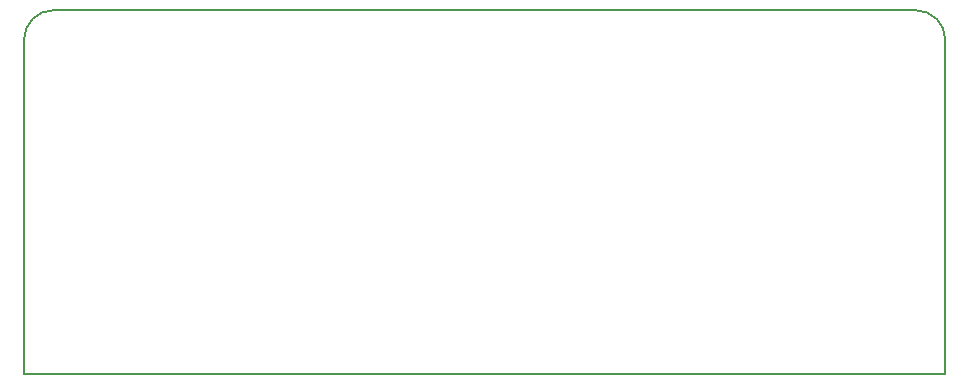
<source format=gbr>
G04 #@! TF.GenerationSoftware,KiCad,Pcbnew,5.0.1+dfsg1-2~bpo9+1*
G04 #@! TF.CreationDate,2018-11-07T17:05:17+00:00*
G04 #@! TF.ProjectId,xmas_zero_bauble,786D61735F7A65726F5F626175626C65,rev?*
G04 #@! TF.SameCoordinates,Original*
G04 #@! TF.FileFunction,Profile,NP*
%FSLAX46Y46*%
G04 Gerber Fmt 4.6, Leading zero omitted, Abs format (unit mm)*
G04 Created by KiCad (PCBNEW 5.0.1+dfsg1-2~bpo9+1) date Wed 07 Nov 2018 17:05:17 GMT*
%MOMM*%
%LPD*%
G01*
G04 APERTURE LIST*
%ADD10C,0.150000*%
G04 APERTURE END LIST*
D10*
X151200000Y-59600000D02*
X151200000Y-87900000D01*
X226700000Y-57100000D02*
X153700000Y-57100000D01*
X229200000Y-59600000D02*
X229200000Y-87900000D01*
X226700000Y-57100000D02*
G75*
G02X229200000Y-59600000I0J-2500000D01*
G01*
X151200000Y-59600000D02*
G75*
G02X153700000Y-57100000I2500000J0D01*
G01*
X229200000Y-87900000D02*
X165800000Y-87900000D01*
X165800000Y-87900000D02*
X151200000Y-87900000D01*
M02*

</source>
